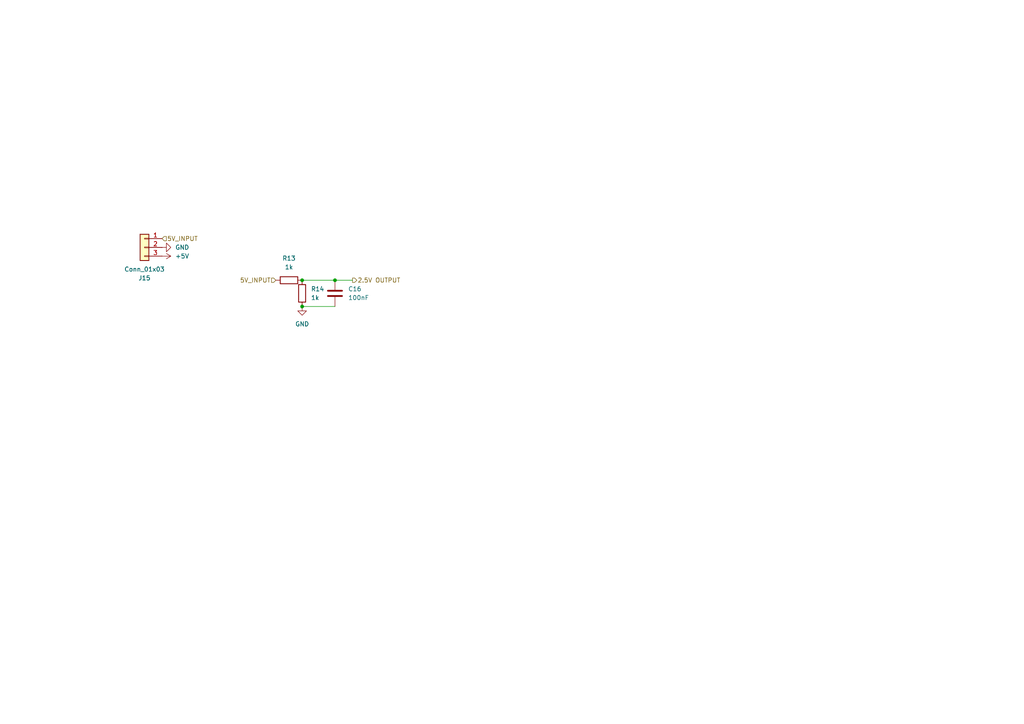
<source format=kicad_sch>
(kicad_sch
	(version 20250114)
	(generator "eeschema")
	(generator_version "9.0")
	(uuid "28615751-7090-429b-94d4-87d29671b4f2")
	(paper "A4")
	(lib_symbols
		(symbol "Connector_Generic:Conn_01x03"
			(pin_names
				(offset 1.016)
				(hide yes)
			)
			(exclude_from_sim no)
			(in_bom yes)
			(on_board yes)
			(property "Reference" "J"
				(at 0 5.08 0)
				(effects
					(font
						(size 1.27 1.27)
					)
				)
			)
			(property "Value" "Conn_01x03"
				(at 0 -5.08 0)
				(effects
					(font
						(size 1.27 1.27)
					)
				)
			)
			(property "Footprint" ""
				(at 0 0 0)
				(effects
					(font
						(size 1.27 1.27)
					)
					(hide yes)
				)
			)
			(property "Datasheet" "~"
				(at 0 0 0)
				(effects
					(font
						(size 1.27 1.27)
					)
					(hide yes)
				)
			)
			(property "Description" "Generic connector, single row, 01x03, script generated (kicad-library-utils/schlib/autogen/connector/)"
				(at 0 0 0)
				(effects
					(font
						(size 1.27 1.27)
					)
					(hide yes)
				)
			)
			(property "ki_keywords" "connector"
				(at 0 0 0)
				(effects
					(font
						(size 1.27 1.27)
					)
					(hide yes)
				)
			)
			(property "ki_fp_filters" "Connector*:*_1x??_*"
				(at 0 0 0)
				(effects
					(font
						(size 1.27 1.27)
					)
					(hide yes)
				)
			)
			(symbol "Conn_01x03_1_1"
				(rectangle
					(start -1.27 3.81)
					(end 1.27 -3.81)
					(stroke
						(width 0.254)
						(type default)
					)
					(fill
						(type background)
					)
				)
				(rectangle
					(start -1.27 2.667)
					(end 0 2.413)
					(stroke
						(width 0.1524)
						(type default)
					)
					(fill
						(type none)
					)
				)
				(rectangle
					(start -1.27 0.127)
					(end 0 -0.127)
					(stroke
						(width 0.1524)
						(type default)
					)
					(fill
						(type none)
					)
				)
				(rectangle
					(start -1.27 -2.413)
					(end 0 -2.667)
					(stroke
						(width 0.1524)
						(type default)
					)
					(fill
						(type none)
					)
				)
				(pin passive line
					(at -5.08 2.54 0)
					(length 3.81)
					(name "Pin_1"
						(effects
							(font
								(size 1.27 1.27)
							)
						)
					)
					(number "1"
						(effects
							(font
								(size 1.27 1.27)
							)
						)
					)
				)
				(pin passive line
					(at -5.08 0 0)
					(length 3.81)
					(name "Pin_2"
						(effects
							(font
								(size 1.27 1.27)
							)
						)
					)
					(number "2"
						(effects
							(font
								(size 1.27 1.27)
							)
						)
					)
				)
				(pin passive line
					(at -5.08 -2.54 0)
					(length 3.81)
					(name "Pin_3"
						(effects
							(font
								(size 1.27 1.27)
							)
						)
					)
					(number "3"
						(effects
							(font
								(size 1.27 1.27)
							)
						)
					)
				)
			)
			(embedded_fonts no)
		)
		(symbol "Device:C"
			(pin_numbers
				(hide yes)
			)
			(pin_names
				(offset 0.254)
			)
			(exclude_from_sim no)
			(in_bom yes)
			(on_board yes)
			(property "Reference" "C"
				(at 0.635 2.54 0)
				(effects
					(font
						(size 1.27 1.27)
					)
					(justify left)
				)
			)
			(property "Value" "C"
				(at 0.635 -2.54 0)
				(effects
					(font
						(size 1.27 1.27)
					)
					(justify left)
				)
			)
			(property "Footprint" ""
				(at 0.9652 -3.81 0)
				(effects
					(font
						(size 1.27 1.27)
					)
					(hide yes)
				)
			)
			(property "Datasheet" "~"
				(at 0 0 0)
				(effects
					(font
						(size 1.27 1.27)
					)
					(hide yes)
				)
			)
			(property "Description" "Unpolarized capacitor"
				(at 0 0 0)
				(effects
					(font
						(size 1.27 1.27)
					)
					(hide yes)
				)
			)
			(property "ki_keywords" "cap capacitor"
				(at 0 0 0)
				(effects
					(font
						(size 1.27 1.27)
					)
					(hide yes)
				)
			)
			(property "ki_fp_filters" "C_*"
				(at 0 0 0)
				(effects
					(font
						(size 1.27 1.27)
					)
					(hide yes)
				)
			)
			(symbol "C_0_1"
				(polyline
					(pts
						(xy -2.032 0.762) (xy 2.032 0.762)
					)
					(stroke
						(width 0.508)
						(type default)
					)
					(fill
						(type none)
					)
				)
				(polyline
					(pts
						(xy -2.032 -0.762) (xy 2.032 -0.762)
					)
					(stroke
						(width 0.508)
						(type default)
					)
					(fill
						(type none)
					)
				)
			)
			(symbol "C_1_1"
				(pin passive line
					(at 0 3.81 270)
					(length 2.794)
					(name "~"
						(effects
							(font
								(size 1.27 1.27)
							)
						)
					)
					(number "1"
						(effects
							(font
								(size 1.27 1.27)
							)
						)
					)
				)
				(pin passive line
					(at 0 -3.81 90)
					(length 2.794)
					(name "~"
						(effects
							(font
								(size 1.27 1.27)
							)
						)
					)
					(number "2"
						(effects
							(font
								(size 1.27 1.27)
							)
						)
					)
				)
			)
			(embedded_fonts no)
		)
		(symbol "Device:R"
			(pin_numbers
				(hide yes)
			)
			(pin_names
				(offset 0)
			)
			(exclude_from_sim no)
			(in_bom yes)
			(on_board yes)
			(property "Reference" "R"
				(at 2.032 0 90)
				(effects
					(font
						(size 1.27 1.27)
					)
				)
			)
			(property "Value" "R"
				(at 0 0 90)
				(effects
					(font
						(size 1.27 1.27)
					)
				)
			)
			(property "Footprint" ""
				(at -1.778 0 90)
				(effects
					(font
						(size 1.27 1.27)
					)
					(hide yes)
				)
			)
			(property "Datasheet" "~"
				(at 0 0 0)
				(effects
					(font
						(size 1.27 1.27)
					)
					(hide yes)
				)
			)
			(property "Description" "Resistor"
				(at 0 0 0)
				(effects
					(font
						(size 1.27 1.27)
					)
					(hide yes)
				)
			)
			(property "ki_keywords" "R res resistor"
				(at 0 0 0)
				(effects
					(font
						(size 1.27 1.27)
					)
					(hide yes)
				)
			)
			(property "ki_fp_filters" "R_*"
				(at 0 0 0)
				(effects
					(font
						(size 1.27 1.27)
					)
					(hide yes)
				)
			)
			(symbol "R_0_1"
				(rectangle
					(start -1.016 -2.54)
					(end 1.016 2.54)
					(stroke
						(width 0.254)
						(type default)
					)
					(fill
						(type none)
					)
				)
			)
			(symbol "R_1_1"
				(pin passive line
					(at 0 3.81 270)
					(length 1.27)
					(name "~"
						(effects
							(font
								(size 1.27 1.27)
							)
						)
					)
					(number "1"
						(effects
							(font
								(size 1.27 1.27)
							)
						)
					)
				)
				(pin passive line
					(at 0 -3.81 90)
					(length 1.27)
					(name "~"
						(effects
							(font
								(size 1.27 1.27)
							)
						)
					)
					(number "2"
						(effects
							(font
								(size 1.27 1.27)
							)
						)
					)
				)
			)
			(embedded_fonts no)
		)
		(symbol "power:+5V"
			(power)
			(pin_numbers
				(hide yes)
			)
			(pin_names
				(offset 0)
				(hide yes)
			)
			(exclude_from_sim no)
			(in_bom yes)
			(on_board yes)
			(property "Reference" "#PWR"
				(at 0 -3.81 0)
				(effects
					(font
						(size 1.27 1.27)
					)
					(hide yes)
				)
			)
			(property "Value" "+5V"
				(at 0 3.556 0)
				(effects
					(font
						(size 1.27 1.27)
					)
				)
			)
			(property "Footprint" ""
				(at 0 0 0)
				(effects
					(font
						(size 1.27 1.27)
					)
					(hide yes)
				)
			)
			(property "Datasheet" ""
				(at 0 0 0)
				(effects
					(font
						(size 1.27 1.27)
					)
					(hide yes)
				)
			)
			(property "Description" "Power symbol creates a global label with name \"+5V\""
				(at 0 0 0)
				(effects
					(font
						(size 1.27 1.27)
					)
					(hide yes)
				)
			)
			(property "ki_keywords" "global power"
				(at 0 0 0)
				(effects
					(font
						(size 1.27 1.27)
					)
					(hide yes)
				)
			)
			(symbol "+5V_0_1"
				(polyline
					(pts
						(xy -0.762 1.27) (xy 0 2.54)
					)
					(stroke
						(width 0)
						(type default)
					)
					(fill
						(type none)
					)
				)
				(polyline
					(pts
						(xy 0 2.54) (xy 0.762 1.27)
					)
					(stroke
						(width 0)
						(type default)
					)
					(fill
						(type none)
					)
				)
				(polyline
					(pts
						(xy 0 0) (xy 0 2.54)
					)
					(stroke
						(width 0)
						(type default)
					)
					(fill
						(type none)
					)
				)
			)
			(symbol "+5V_1_1"
				(pin power_in line
					(at 0 0 90)
					(length 0)
					(name "~"
						(effects
							(font
								(size 1.27 1.27)
							)
						)
					)
					(number "1"
						(effects
							(font
								(size 1.27 1.27)
							)
						)
					)
				)
			)
			(embedded_fonts no)
		)
		(symbol "power:GND"
			(power)
			(pin_numbers
				(hide yes)
			)
			(pin_names
				(offset 0)
				(hide yes)
			)
			(exclude_from_sim no)
			(in_bom yes)
			(on_board yes)
			(property "Reference" "#PWR"
				(at 0 -6.35 0)
				(effects
					(font
						(size 1.27 1.27)
					)
					(hide yes)
				)
			)
			(property "Value" "GND"
				(at 0 -3.81 0)
				(effects
					(font
						(size 1.27 1.27)
					)
				)
			)
			(property "Footprint" ""
				(at 0 0 0)
				(effects
					(font
						(size 1.27 1.27)
					)
					(hide yes)
				)
			)
			(property "Datasheet" ""
				(at 0 0 0)
				(effects
					(font
						(size 1.27 1.27)
					)
					(hide yes)
				)
			)
			(property "Description" "Power symbol creates a global label with name \"GND\" , ground"
				(at 0 0 0)
				(effects
					(font
						(size 1.27 1.27)
					)
					(hide yes)
				)
			)
			(property "ki_keywords" "global power"
				(at 0 0 0)
				(effects
					(font
						(size 1.27 1.27)
					)
					(hide yes)
				)
			)
			(symbol "GND_0_1"
				(polyline
					(pts
						(xy 0 0) (xy 0 -1.27) (xy 1.27 -1.27) (xy 0 -2.54) (xy -1.27 -1.27) (xy 0 -1.27)
					)
					(stroke
						(width 0)
						(type default)
					)
					(fill
						(type none)
					)
				)
			)
			(symbol "GND_1_1"
				(pin power_in line
					(at 0 0 270)
					(length 0)
					(name "~"
						(effects
							(font
								(size 1.27 1.27)
							)
						)
					)
					(number "1"
						(effects
							(font
								(size 1.27 1.27)
							)
						)
					)
				)
			)
			(embedded_fonts no)
		)
	)
	(junction
		(at 97.155 81.28)
		(diameter 0)
		(color 0 0 0 0)
		(uuid "9222c909-5cf0-44df-9336-a237a5a51f8b")
	)
	(junction
		(at 87.63 88.9)
		(diameter 0)
		(color 0 0 0 0)
		(uuid "a1a382eb-5ee4-4377-ac5f-0ca4117c6eab")
	)
	(junction
		(at 87.63 81.28)
		(diameter 0)
		(color 0 0 0 0)
		(uuid "dab44cc5-a0b2-4e65-adfc-620905a18a37")
	)
	(wire
		(pts
			(xy 102.235 81.28) (xy 97.155 81.28)
		)
		(stroke
			(width 0)
			(type default)
		)
		(uuid "33933bdb-acd5-4de4-9fdf-d2b9327d214d")
	)
	(wire
		(pts
			(xy 97.155 81.28) (xy 87.63 81.28)
		)
		(stroke
			(width 0)
			(type default)
		)
		(uuid "9014f06c-273d-4de4-b825-4469262bb287")
	)
	(wire
		(pts
			(xy 87.63 88.9) (xy 97.155 88.9)
		)
		(stroke
			(width 0)
			(type default)
		)
		(uuid "96435e61-0546-4074-aa4d-2feffa87f65b")
	)
	(hierarchical_label "2.5V OUTPUT"
		(shape output)
		(at 102.235 81.28 0)
		(effects
			(font
				(size 1.27 1.27)
			)
			(justify left)
		)
		(uuid "565d50e4-d002-4582-8765-d061311c7af3")
	)
	(hierarchical_label "5V_INPUT"
		(shape input)
		(at 80.01 81.28 180)
		(effects
			(font
				(size 1.27 1.27)
			)
			(justify right)
		)
		(uuid "9bc1cd43-15d0-4633-9e47-f258d2335657")
	)
	(hierarchical_label "5V_INPUT"
		(shape input)
		(at 46.99 69.215 0)
		(effects
			(font
				(size 1.27 1.27)
			)
			(justify left)
		)
		(uuid "ea64039a-fa66-40c7-b1de-6468d052d36a")
	)
	(symbol
		(lib_id "power:GND")
		(at 46.99 71.755 90)
		(mirror x)
		(unit 1)
		(exclude_from_sim no)
		(in_bom yes)
		(on_board yes)
		(dnp no)
		(fields_autoplaced yes)
		(uuid "683400de-50bb-4af2-a017-d17f58f7027c")
		(property "Reference" "#PWR037"
			(at 53.34 71.755 0)
			(effects
				(font
					(size 1.27 1.27)
				)
				(hide yes)
			)
		)
		(property "Value" "GND"
			(at 50.8 71.7551 90)
			(effects
				(font
					(size 1.27 1.27)
				)
				(justify right)
			)
		)
		(property "Footprint" ""
			(at 46.99 71.755 0)
			(effects
				(font
					(size 1.27 1.27)
				)
				(hide yes)
			)
		)
		(property "Datasheet" ""
			(at 46.99 71.755 0)
			(effects
				(font
					(size 1.27 1.27)
				)
				(hide yes)
			)
		)
		(property "Description" "Power symbol creates a global label with name \"GND\" , ground"
			(at 46.99 71.755 0)
			(effects
				(font
					(size 1.27 1.27)
				)
				(hide yes)
			)
		)
		(pin "1"
			(uuid "3dd6d0c5-2382-4768-b0d6-841eb0067d05")
		)
		(instances
			(project "sensorboard_v10"
				(path "/bee3e03c-9a5f-4c66-913e-823f7b125a2a/5baee054-6139-40f7-b6bd-5fcce8dbdbb9"
					(reference "#PWR046")
					(unit 1)
				)
				(path "/bee3e03c-9a5f-4c66-913e-823f7b125a2a/6601a928-0afa-4d9a-b428-b9be92196442"
					(reference "#PWR040")
					(unit 1)
				)
				(path "/bee3e03c-9a5f-4c66-913e-823f7b125a2a/d0ef591d-4eff-4023-b2eb-8815fbff3a81"
					(reference "#PWR037")
					(unit 1)
				)
				(path "/bee3e03c-9a5f-4c66-913e-823f7b125a2a/d1eedcf3-a622-4318-a9ec-3671912c6106"
					(reference "#PWR043")
					(unit 1)
				)
			)
		)
	)
	(symbol
		(lib_id "power:+5V")
		(at 46.99 74.295 270)
		(mirror x)
		(unit 1)
		(exclude_from_sim no)
		(in_bom yes)
		(on_board yes)
		(dnp no)
		(fields_autoplaced yes)
		(uuid "793c1963-2329-4f22-8ffa-19546995a62a")
		(property "Reference" "#PWR038"
			(at 43.18 74.295 0)
			(effects
				(font
					(size 1.27 1.27)
				)
				(hide yes)
			)
		)
		(property "Value" "+5V"
			(at 50.8 74.2951 90)
			(effects
				(font
					(size 1.27 1.27)
				)
				(justify left)
			)
		)
		(property "Footprint" ""
			(at 46.99 74.295 0)
			(effects
				(font
					(size 1.27 1.27)
				)
				(hide yes)
			)
		)
		(property "Datasheet" ""
			(at 46.99 74.295 0)
			(effects
				(font
					(size 1.27 1.27)
				)
				(hide yes)
			)
		)
		(property "Description" "Power symbol creates a global label with name \"+5V\""
			(at 46.99 74.295 0)
			(effects
				(font
					(size 1.27 1.27)
				)
				(hide yes)
			)
		)
		(pin "1"
			(uuid "e13a1220-9ae7-4a02-bd23-20a9df7d6dcd")
		)
		(instances
			(project "sensorboard_v10"
				(path "/bee3e03c-9a5f-4c66-913e-823f7b125a2a/5baee054-6139-40f7-b6bd-5fcce8dbdbb9"
					(reference "#PWR047")
					(unit 1)
				)
				(path "/bee3e03c-9a5f-4c66-913e-823f7b125a2a/6601a928-0afa-4d9a-b428-b9be92196442"
					(reference "#PWR041")
					(unit 1)
				)
				(path "/bee3e03c-9a5f-4c66-913e-823f7b125a2a/d0ef591d-4eff-4023-b2eb-8815fbff3a81"
					(reference "#PWR038")
					(unit 1)
				)
				(path "/bee3e03c-9a5f-4c66-913e-823f7b125a2a/d1eedcf3-a622-4318-a9ec-3671912c6106"
					(reference "#PWR044")
					(unit 1)
				)
			)
		)
	)
	(symbol
		(lib_id "power:GND")
		(at 87.63 88.9 0)
		(unit 1)
		(exclude_from_sim no)
		(in_bom yes)
		(on_board yes)
		(dnp no)
		(fields_autoplaced yes)
		(uuid "8e74ffb7-5252-4f73-a939-75fd2da42317")
		(property "Reference" "#PWR039"
			(at 87.63 95.25 0)
			(effects
				(font
					(size 1.27 1.27)
				)
				(hide yes)
			)
		)
		(property "Value" "GND"
			(at 87.63 93.98 0)
			(effects
				(font
					(size 1.27 1.27)
				)
			)
		)
		(property "Footprint" ""
			(at 87.63 88.9 0)
			(effects
				(font
					(size 1.27 1.27)
				)
				(hide yes)
			)
		)
		(property "Datasheet" ""
			(at 87.63 88.9 0)
			(effects
				(font
					(size 1.27 1.27)
				)
				(hide yes)
			)
		)
		(property "Description" "Power symbol creates a global label with name \"GND\" , ground"
			(at 87.63 88.9 0)
			(effects
				(font
					(size 1.27 1.27)
				)
				(hide yes)
			)
		)
		(pin "1"
			(uuid "fb201ae7-bd17-42da-8647-a294330525a4")
		)
		(instances
			(project "sensorboard_v10"
				(path "/bee3e03c-9a5f-4c66-913e-823f7b125a2a/5baee054-6139-40f7-b6bd-5fcce8dbdbb9"
					(reference "#PWR048")
					(unit 1)
				)
				(path "/bee3e03c-9a5f-4c66-913e-823f7b125a2a/6601a928-0afa-4d9a-b428-b9be92196442"
					(reference "#PWR042")
					(unit 1)
				)
				(path "/bee3e03c-9a5f-4c66-913e-823f7b125a2a/d0ef591d-4eff-4023-b2eb-8815fbff3a81"
					(reference "#PWR039")
					(unit 1)
				)
				(path "/bee3e03c-9a5f-4c66-913e-823f7b125a2a/d1eedcf3-a622-4318-a9ec-3671912c6106"
					(reference "#PWR045")
					(unit 1)
				)
			)
		)
	)
	(symbol
		(lib_id "Device:R")
		(at 83.82 81.28 90)
		(unit 1)
		(exclude_from_sim no)
		(in_bom yes)
		(on_board yes)
		(dnp no)
		(fields_autoplaced yes)
		(uuid "a6c52ece-73e3-4fbf-92a1-4da1b360147b")
		(property "Reference" "R7"
			(at 83.82 74.93 90)
			(effects
				(font
					(size 1.27 1.27)
				)
			)
		)
		(property "Value" "1k"
			(at 83.82 77.47 90)
			(effects
				(font
					(size 1.27 1.27)
				)
			)
		)
		(property "Footprint" "RMC_Resistor:R_0805_2012Metric_Pad1.20x1.40mm_HandSolder_L"
			(at 83.82 83.058 90)
			(effects
				(font
					(size 1.27 1.27)
				)
				(hide yes)
			)
		)
		(property "Datasheet" "~"
			(at 83.82 81.28 0)
			(effects
				(font
					(size 1.27 1.27)
				)
				(hide yes)
			)
		)
		(property "Description" "Resistor"
			(at 83.82 81.28 0)
			(effects
				(font
					(size 1.27 1.27)
				)
				(hide yes)
			)
		)
		(pin "1"
			(uuid "e0aa6505-f0b4-4783-8424-986232344614")
		)
		(pin "2"
			(uuid "6a02f7f9-6229-4cd7-84e6-a73dbc85829a")
		)
		(instances
			(project "sensorboard_v10"
				(path "/bee3e03c-9a5f-4c66-913e-823f7b125a2a/5baee054-6139-40f7-b6bd-5fcce8dbdbb9"
					(reference "R13")
					(unit 1)
				)
				(path "/bee3e03c-9a5f-4c66-913e-823f7b125a2a/6601a928-0afa-4d9a-b428-b9be92196442"
					(reference "R9")
					(unit 1)
				)
				(path "/bee3e03c-9a5f-4c66-913e-823f7b125a2a/d0ef591d-4eff-4023-b2eb-8815fbff3a81"
					(reference "R7")
					(unit 1)
				)
				(path "/bee3e03c-9a5f-4c66-913e-823f7b125a2a/d1eedcf3-a622-4318-a9ec-3671912c6106"
					(reference "R11")
					(unit 1)
				)
			)
		)
	)
	(symbol
		(lib_id "Device:C")
		(at 97.155 85.09 180)
		(unit 1)
		(exclude_from_sim no)
		(in_bom yes)
		(on_board yes)
		(dnp no)
		(fields_autoplaced yes)
		(uuid "d7dc69b4-4662-496c-b4ce-0ca55f9285b7")
		(property "Reference" "C13"
			(at 100.965 83.8199 0)
			(effects
				(font
					(size 1.27 1.27)
				)
				(justify right)
			)
		)
		(property "Value" "100nF"
			(at 100.965 86.3599 0)
			(effects
				(font
					(size 1.27 1.27)
				)
				(justify right)
			)
		)
		(property "Footprint" "RMC_Capacitor:C_0805_2012Metric_Pad1.18x1.45mm_HandSolder_L"
			(at 96.1898 81.28 0)
			(effects
				(font
					(size 1.27 1.27)
				)
				(hide yes)
			)
		)
		(property "Datasheet" "~"
			(at 97.155 85.09 0)
			(effects
				(font
					(size 1.27 1.27)
				)
				(hide yes)
			)
		)
		(property "Description" "Unpolarized capacitor"
			(at 97.155 85.09 0)
			(effects
				(font
					(size 1.27 1.27)
				)
				(hide yes)
			)
		)
		(pin "2"
			(uuid "3cd5605b-0766-49f1-8edb-040f0d9059a7")
		)
		(pin "1"
			(uuid "c472e9eb-6ed8-4e86-9340-c991c3d71b2b")
		)
		(instances
			(project "sensorboard_v10"
				(path "/bee3e03c-9a5f-4c66-913e-823f7b125a2a/5baee054-6139-40f7-b6bd-5fcce8dbdbb9"
					(reference "C16")
					(unit 1)
				)
				(path "/bee3e03c-9a5f-4c66-913e-823f7b125a2a/6601a928-0afa-4d9a-b428-b9be92196442"
					(reference "C14")
					(unit 1)
				)
				(path "/bee3e03c-9a5f-4c66-913e-823f7b125a2a/d0ef591d-4eff-4023-b2eb-8815fbff3a81"
					(reference "C13")
					(unit 1)
				)
				(path "/bee3e03c-9a5f-4c66-913e-823f7b125a2a/d1eedcf3-a622-4318-a9ec-3671912c6106"
					(reference "C15")
					(unit 1)
				)
			)
		)
	)
	(symbol
		(lib_id "Connector_Generic:Conn_01x03")
		(at 41.91 71.755 0)
		(mirror y)
		(unit 1)
		(exclude_from_sim no)
		(in_bom yes)
		(on_board yes)
		(dnp no)
		(fields_autoplaced yes)
		(uuid "e0914d58-4b73-4c7e-892f-a82101f1bc01")
		(property "Reference" "J12"
			(at 41.91 80.645 0)
			(effects
				(font
					(size 1.27 1.27)
				)
			)
		)
		(property "Value" "Conn_01x03"
			(at 41.91 78.105 0)
			(effects
				(font
					(size 1.27 1.27)
				)
			)
		)
		(property "Footprint" "Connector_JST:JST_XH_B3B-XH-A_1x03_P2.50mm_Vertical"
			(at 41.91 71.755 0)
			(effects
				(font
					(size 1.27 1.27)
				)
				(hide yes)
			)
		)
		(property "Datasheet" "~"
			(at 41.91 71.755 0)
			(effects
				(font
					(size 1.27 1.27)
				)
				(hide yes)
			)
		)
		(property "Description" "Generic connector, single row, 01x03, script generated (kicad-library-utils/schlib/autogen/connector/)"
			(at 41.91 71.755 0)
			(effects
				(font
					(size 1.27 1.27)
				)
				(hide yes)
			)
		)
		(pin "1"
			(uuid "7e6ac3ab-81d4-414e-b25a-e6537a2f997a")
		)
		(pin "3"
			(uuid "666d05bc-d4b8-4c9d-a91d-a65b60c49866")
		)
		(pin "2"
			(uuid "ff0a48f4-2915-4f60-a2e9-6b0365d34f89")
		)
		(instances
			(project "sensorboard_v10"
				(path "/bee3e03c-9a5f-4c66-913e-823f7b125a2a/5baee054-6139-40f7-b6bd-5fcce8dbdbb9"
					(reference "J15")
					(unit 1)
				)
				(path "/bee3e03c-9a5f-4c66-913e-823f7b125a2a/6601a928-0afa-4d9a-b428-b9be92196442"
					(reference "J13")
					(unit 1)
				)
				(path "/bee3e03c-9a5f-4c66-913e-823f7b125a2a/d0ef591d-4eff-4023-b2eb-8815fbff3a81"
					(reference "J12")
					(unit 1)
				)
				(path "/bee3e03c-9a5f-4c66-913e-823f7b125a2a/d1eedcf3-a622-4318-a9ec-3671912c6106"
					(reference "J14")
					(unit 1)
				)
			)
		)
	)
	(symbol
		(lib_id "Device:R")
		(at 87.63 85.09 180)
		(unit 1)
		(exclude_from_sim no)
		(in_bom yes)
		(on_board yes)
		(dnp no)
		(fields_autoplaced yes)
		(uuid "f0a0224e-31dd-4b30-93bb-be934ad97b41")
		(property "Reference" "R8"
			(at 90.17 83.8199 0)
			(effects
				(font
					(size 1.27 1.27)
				)
				(justify right)
			)
		)
		(property "Value" "1k"
			(at 90.17 86.3599 0)
			(effects
				(font
					(size 1.27 1.27)
				)
				(justify right)
			)
		)
		(property "Footprint" "RMC_Resistor:R_0805_2012Metric_Pad1.20x1.40mm_HandSolder_L"
			(at 89.408 85.09 90)
			(effects
				(font
					(size 1.27 1.27)
				)
				(hide yes)
			)
		)
		(property "Datasheet" "~"
			(at 87.63 85.09 0)
			(effects
				(font
					(size 1.27 1.27)
				)
				(hide yes)
			)
		)
		(property "Description" "Resistor"
			(at 87.63 85.09 0)
			(effects
				(font
					(size 1.27 1.27)
				)
				(hide yes)
			)
		)
		(pin "1"
			(uuid "e06a2b53-2363-4928-baa3-d4170c5f9ab5")
		)
		(pin "2"
			(uuid "bd752581-d2e2-4621-bd1f-b763e848808d")
		)
		(instances
			(project "sensorboard_v10"
				(path "/bee3e03c-9a5f-4c66-913e-823f7b125a2a/5baee054-6139-40f7-b6bd-5fcce8dbdbb9"
					(reference "R14")
					(unit 1)
				)
				(path "/bee3e03c-9a5f-4c66-913e-823f7b125a2a/6601a928-0afa-4d9a-b428-b9be92196442"
					(reference "R10")
					(unit 1)
				)
				(path "/bee3e03c-9a5f-4c66-913e-823f7b125a2a/d0ef591d-4eff-4023-b2eb-8815fbff3a81"
					(reference "R8")
					(unit 1)
				)
				(path "/bee3e03c-9a5f-4c66-913e-823f7b125a2a/d1eedcf3-a622-4318-a9ec-3671912c6106"
					(reference "R12")
					(unit 1)
				)
			)
		)
	)
)

</source>
